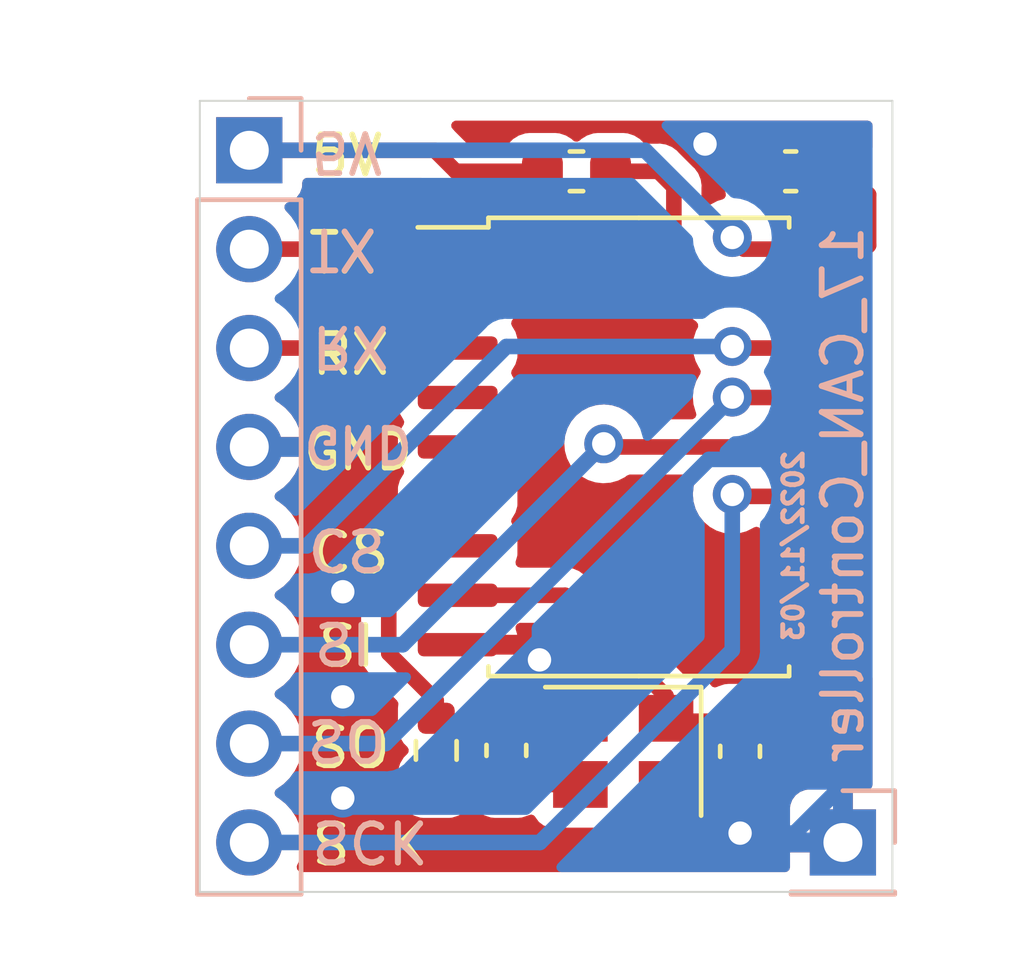
<source format=kicad_pcb>
(kicad_pcb (version 20211014) (generator pcbnew)
  (layers (0 "F.Cu" signal) (31 "B.Cu" signal) (34 "B.Paste" user) (35 "F.Paste" user) (36 "B.SilkS" user "B.Silkscreen") (37 "F.SilkS" user "F.Silkscreen") (38 "B.Mask" user) (39 "F.Mask" user) (44 "Edge.Cuts" user))
  (net 0 "")
  (net 1 "GND")
  (net 2 "5V")
  (net 3 "CAN_TX")
  (net 4 "CAN_RX")
  (net 6 "Net-(C2-Pad2)")
  (net 7 "Net-(C3-Pad1)")
  (net 8 "CS")
  (net 9 "MOSI")
  (net 10 "MISO")
  (net 11 "SCK")
  (net 12 "Net-(R1-Pad1)")
  (net 13 "Net-(R2-Pad1)")
  (footprint "Resistor_SMD:R_0603_1608Metric_Pad1.05x0.95mm_HandSolder" (layer "F.Cu") (at 112.54 64.04 180)
    (fp_text reference "R2" hide)
    (fp_text value "100k")
    (fp_line (start -0.171267 0.51) (end 0.171267 0.51) (layer "F.SilkS") (width 0.12))
    (fp_line (start -0.171267 -0.51) (end 0.171267 -0.51) (layer "F.SilkS") (width 0.12))
    (pad "1" smd roundrect locked (at -0.875 0 180) (size 1.05 0.95) (layers "F.Cu" "F.Paste" "F.Mask") (net 13 "Net-(R2-Pad1)"))
    (pad "2" smd roundrect locked (at 0.875 0 180) (size 1.05 0.95) (layers "F.Cu" "F.Paste" "F.Mask") (net 2 "5V"))
  )
  (footprint "Capacitor_SMD:C_0603_1608Metric" (layer "F.Cu") (at 118.04 64.04 180)
    (fp_text reference "C1" hide)
    (fp_text value "100nF")
    (fp_line (start -0.14058 0.51) (end 0.14058 0.51) (layer "F.SilkS") (width 0.12))
    (fp_line (start -0.14058 -0.51) (end 0.14058 -0.51) (layer "F.SilkS") (width 0.12))
    (pad "1" smd roundrect locked (at -0.775 0 180) (size 0.9 0.95) (layers "F.Cu" "F.Paste" "F.Mask") (net 2 "5V"))
    (pad "2" smd roundrect locked (at 0.775 0 180) (size 0.9 0.95) (layers "F.Cu" "F.Paste" "F.Mask") (net 1 "GND"))
  )
  (footprint "Capacitor_SMD:C_0603_1608Metric" (layer "F.Cu") (at 110.74 78.915 -90)
    (fp_text reference "C2" hide)
    (fp_text value "22pF")
    (fp_line (start -0.14058 0.51) (end 0.14058 0.51) (layer "F.SilkS") (width 0.12))
    (fp_line (start -0.14058 -0.51) (end 0.14058 -0.51) (layer "F.SilkS") (width 0.12))
    (pad "1" smd roundrect locked (at -0.775 0 270) (size 0.9 0.95) (layers "F.Cu" "F.Paste" "F.Mask") (net 1 "GND"))
    (pad "2" smd roundrect locked (at 0.775 0 270) (size 0.9 0.95) (layers "F.Cu" "F.Paste" "F.Mask") (net 6 "Net-(C2-Pad2)"))
  )
  (footprint "Capacitor_SMD:C_0603_1608Metric" (layer "F.Cu") (at 116.74 78.94 -90)
    (fp_text reference "C3" hide)
    (fp_text value "22pF")
    (fp_line (start -0.14058 0.51) (end 0.14058 0.51) (layer "F.SilkS") (width 0.12))
    (fp_line (start -0.14058 -0.51) (end 0.14058 -0.51) (layer "F.SilkS") (width 0.12))
    (pad "1" smd roundrect locked (at -0.775 0 270) (size 0.9 0.95) (layers "F.Cu" "F.Paste" "F.Mask") (net 7 "Net-(C3-Pad1)"))
    (pad "2" smd roundrect locked (at 0.775 0 270) (size 0.9 0.95) (layers "F.Cu" "F.Paste" "F.Mask") (net 1 "GND"))
  )
  (footprint "Resistor_SMD:R_0603_1608Metric" (layer "F.Cu") (at 108.94 78.915 -90)
    (fp_text reference "R1" hide)
    (fp_text value "0")
    (fp_line (start -0.237258 -0.5225) (end 0.237258 -0.5225) (layer "F.SilkS") (width 0.12))
    (fp_line (start -0.237258 0.5225) (end 0.237258 0.5225) (layer "F.SilkS") (width 0.12))
    (pad "1" smd roundrect locked (at -0.825 0 270) (size 0.8 0.95) (layers "F.Cu" "F.Paste" "F.Mask") (net 12 "Net-(R1-Pad1)"))
    (pad "2" smd roundrect locked (at 0.825 0 270) (size 0.8 0.95) (layers "F.Cu" "F.Paste" "F.Mask") (net 6 "Net-(C2-Pad2)"))
  )
  (footprint "Crystal:Crystal_SMD_3225-4Pin_3.2x2.5mm" (layer "F.Cu") (at 113.74 78.94 180)
    (fp_text reference "Y1" hide)
    (fp_text value "X322516MLB4SI")
    (fp_line (start -2 -1.65) (end -2 1.65) (layer "F.SilkS") (width 0.12))
    (fp_line (start -2 1.65) (end 2 1.65) (layer "F.SilkS") (width 0.12))
    (pad "1" smd rect locked (at -1.1 0.85 180) (size 1.4 1.2) (layers "F.Cu" "F.Paste" "F.Mask") (net 7 "Net-(C3-Pad1)"))
    (pad "2" smd rect locked (at 1.1 0.85 180) (size 1.4 1.2) (layers "F.Cu" "F.Paste" "F.Mask") (net 1 "GND"))
    (pad "3" smd rect locked (at 1.1 -0.85 180) (size 1.4 1.2) (layers "F.Cu" "F.Paste" "F.Mask") (net 6 "Net-(C2-Pad2)"))
    (pad "4" smd rect locked (at -1.1 -0.85 180) (size 1.4 1.2) (layers "F.Cu" "F.Paste" "F.Mask") (net 1 "GND"))
  )
  (footprint "Package_SO:SOIC-18W_7.5x11.6mm_P1.27mm" (layer "F.Cu") (at 114.14 71.12)
    (fp_text reference "U1" hide)
    (fp_text value "MCP2515-xSO")
    (fp_line (start 0 5.885) (end -3.86 5.885) (layer "F.SilkS") (width 0.12))
    (fp_line (start 3.86 5.885) (end 3.86 5.64) (layer "F.SilkS") (width 0.12))
    (fp_line (start 0 -5.885) (end -3.86 -5.885) (layer "F.SilkS") (width 0.12))
    (fp_line (start 0 -5.885) (end 3.86 -5.885) (layer "F.SilkS") (width 0.12))
    (fp_line (start 3.86 -5.885) (end 3.86 -5.64) (layer "F.SilkS") (width 0.12))
    (fp_line (start -3.86 5.885) (end -3.86 5.64) (layer "F.SilkS") (width 0.12))
    (fp_line (start -3.86 -5.885) (end -3.86 -5.64) (layer "F.SilkS") (width 0.12))
    (fp_line (start -3.86 -5.64) (end -5.675 -5.64) (layer "F.SilkS") (width 0.12))
    (fp_line (start 0 5.885) (end 3.86 5.885) (layer "F.SilkS") (width 0.12))
    (pad "1" smd roundrect locked (at -4.65 -5.08) (size 2.05 0.6) (layers "F.Cu" "F.Paste" "F.Mask") (net 3 "CAN_TX"))
    (pad "2" smd roundrect locked (at -4.65 -3.81) (size 2.05 0.6) (layers "F.Cu" "F.Paste" "F.Mask") (net 4 "CAN_RX"))
    (pad "3" smd roundrect locked (at -4.65 -2.54) (size 2.05 0.6) (layers "F.Cu" "F.Paste" "F.Mask"))
    (pad "4" smd roundrect locked (at -4.65 -1.27) (size 2.05 0.6) (layers "F.Cu" "F.Paste" "F.Mask"))
    (pad "5" smd roundrect locked (at -4.65 0) (size 2.05 0.6) (layers "F.Cu" "F.Paste" "F.Mask"))
    (pad "6" smd roundrect locked (at -4.65 1.27) (size 2.05 0.6) (layers "F.Cu" "F.Paste" "F.Mask"))
    (pad "7" smd roundrect locked (at -4.65 2.54) (size 2.05 0.6) (layers "F.Cu" "F.Paste" "F.Mask") (net 12 "Net-(R1-Pad1)"))
    (pad "8" smd roundrect locked (at -4.65 3.81) (size 2.05 0.6) (layers "F.Cu" "F.Paste" "F.Mask") (net 7 "Net-(C3-Pad1)"))
    (pad "9" smd roundrect locked (at -4.65 5.08) (size 2.05 0.6) (layers "F.Cu" "F.Paste" "F.Mask") (net 1 "GND"))
    (pad "10" smd roundrect locked (at 4.65 5.08) (size 2.05 0.6) (layers "F.Cu" "F.Paste" "F.Mask"))
    (pad "11" smd roundrect locked (at 4.65 3.81) (size 2.05 0.6) (layers "F.Cu" "F.Paste" "F.Mask"))
    (pad "12" smd roundrect locked (at 4.65 2.54) (size 2.05 0.6) (layers "F.Cu" "F.Paste" "F.Mask"))
    (pad "13" smd roundrect locked (at 4.65 1.27) (size 2.05 0.6) (layers "F.Cu" "F.Paste" "F.Mask") (net 11 "SCK"))
    (pad "14" smd roundrect locked (at 4.65 0) (size 2.05 0.6) (layers "F.Cu" "F.Paste" "F.Mask") (net 9 "MOSI"))
    (pad "15" smd roundrect locked (at 4.65 -1.27) (size 2.05 0.6) (layers "F.Cu" "F.Paste" "F.Mask") (net 10 "MISO"))
    (pad "16" smd roundrect locked (at 4.65 -2.54) (size 2.05 0.6) (layers "F.Cu" "F.Paste" "F.Mask") (net 8 "CS"))
    (pad "17" smd roundrect locked (at 4.65 -3.81) (size 2.05 0.6) (layers "F.Cu" "F.Paste" "F.Mask") (net 13 "Net-(R2-Pad1)"))
    (pad "18" smd roundrect locked (at 4.65 -5.08) (size 2.05 0.6) (layers "F.Cu" "F.Paste" "F.Mask") (net 2 "5V"))
  )
  (footprint "Connector_PinHeader_2.54mm:PinHeader_1x08_P2.54mm_Vertical" (layer "B.Cu") (at 104.14 63.5 180)
    (fp_text reference "J1" hide)
    (fp_text value "Conn_01x08")
    (fp_line (start -1.33 -19.11) (end 1.33 -19.11) (layer "B.SilkS") (width 0.12))
    (fp_line (start -1.33 0) (end -1.33 1.33) (layer "B.SilkS") (width 0.12))
    (fp_line (start -1.33 -1.27) (end -1.33 -19.11) (layer "B.SilkS") (width 0.12))
    (fp_line (start 1.33 -1.27) (end 1.33 -19.11) (layer "B.SilkS") (width 0.12))
    (fp_line (start -1.33 -1.27) (end 1.33 -1.27) (layer "B.SilkS") (width 0.12))
    (fp_line (start -1.33 1.33) (end 0 1.33) (layer "B.SilkS") (width 0.12))
    (pad "1" thru_hole rect (at 0 0 180) (size 1.7 1.7) (drill 1) (layers *.Cu *.Mask) (net 2 "5V"))
    (pad "2" thru_hole oval (at 0 -2.54 180) (size 1.7 1.7) (drill 1) (layers *.Cu *.Mask) (net 3 "CAN_TX"))
    (pad "3" thru_hole oval (at 0 -5.08 180) (size 1.7 1.7) (drill 1) (layers *.Cu *.Mask) (net 4 "CAN_RX"))
    (pad "4" thru_hole oval (at 0 -7.62 180) (size 1.7 1.7) (drill 1) (layers *.Cu *.Mask) (net 1 "GND"))
    (pad "5" thru_hole oval (at 0 -10.16 180) (size 1.7 1.7) (drill 1) (layers *.Cu *.Mask) (net 8 "CS"))
    (pad "6" thru_hole oval (at 0 -12.7 180) (size 1.7 1.7) (drill 1) (layers *.Cu *.Mask) (net 9 "MOSI"))
    (pad "7" thru_hole oval (at 0 -15.24 180) (size 1.7 1.7) (drill 1) (layers *.Cu *.Mask) (net 10 "MISO"))
    (pad "8" thru_hole oval (at 0 -17.78 180) (size 1.7 1.7) (drill 1) (layers *.Cu *.Mask) (net 11 "SCK"))
  )
  (footprint "Connector_PinHeader_2.54mm:PinHeader_1x01_P2.54mm_Vertical" (layer "B.Cu") (at 119.38 81.28 180)
    (fp_text reference "J2" hide)
    (fp_text value "Conn_01x01")
    (fp_line (start -1.33 -1.27) (end 1.33 -1.27) (layer "B.SilkS") (width 0.12))
    (fp_line (start -1.33 -1.33) (end 1.33 -1.33) (layer "B.SilkS") (width 0.12))
    (fp_line (start 1.33 -1.27) (end 1.33 -1.33) (layer "B.SilkS") (width 0.12))
    (fp_line (start -1.33 1.33) (end 0 1.33) (layer "B.SilkS") (width 0.12))
    (fp_line (start -1.33 -1.27) (end -1.33 -1.33) (layer "B.SilkS") (width 0.12))
    (fp_line (start -1.33 0) (end -1.33 1.33) (layer "B.SilkS") (width 0.12))
    (pad "1" thru_hole rect (at 0 0 180) (size 1.7 1.7) (drill 1) (layers *.Cu *.Mask) (net 1 "GND"))
  )
  (gr_line (start 102.87 82.55) (end 120.65 82.55) (layer "Edge.Cuts") (width 0.05))
  (gr_line (start 102.87 62.23) (end 120.65 62.23) (layer "Edge.Cuts") (width 0.05))
  (gr_line (start 102.87 82.55) (end 102.87 62.23) (layer "Edge.Cuts") (width 0.05))
  (gr_line (start 120.65 62.23) (end 120.65 82.55) (layer "Edge.Cuts") (width 0.05))
  (gr_text "2022/11/03" (at 118.11 73.66 90) (layer "B.SilkS") (effects (font (size 0.5 0.5) (thickness 0.125)) (justify mirror)))
  (gr_text "GND" (at 106.934 71.04 180) (layer "B.SilkS") (effects (font (size 0.9 0.9)) (justify mirror)))
  (gr_text "5V" (at 106.64 63.54 180) (layer "B.SilkS") (effects (font (size 1 1)) (justify mirror)))
  (gr_text "TX" (at 106.54 66.04 180) (layer "B.SilkS") (effects (font (size 1 1)) (justify mirror)))
  (gr_text "RX" (at 106.74 68.54 180) (layer "B.SilkS") (effects (font (size 1 1)) (justify mirror)))
  (gr_text "CS" (at 106.64 73.74 180) (layer "B.SilkS") (effects (font (size 1 1)) (justify mirror)))
  (gr_text "SI" (at 106.54 76.14 180) (layer "B.SilkS") (effects (font (size 1 1)) (justify mirror)))
  (gr_text "SO" (at 106.64 78.64 180) (layer "B.SilkS") (effects (font (size 1 1)) (justify mirror)))
  (gr_text "SCK" (at 107.24 81.24 180) (layer "B.SilkS") (effects (font (size 1 1)) (justify mirror)))
  (gr_text "17_CAN_Controller" (at 119.38 72.34 90) (layer "B.SilkS") (effects (font (size 1 1)) (justify mirror)))
  (gr_text "5V" (at 106.64 63.64) (layer "F.SilkS") (effects (font (size 1 1))))
  (gr_text "RX" (at 106.74 68.74) (layer "F.SilkS") (effects (font (size 1 1))))
  (gr_text "CS" (at 106.74 73.84) (layer "F.SilkS") (effects (font (size 1 1))))
  (gr_text "SI" (at 106.64 76.24) (layer "F.SilkS") (effects (font (size 1 1))))
  (gr_text "SO" (at 106.74 78.84) (layer "F.SilkS") (effects (font (size 1 1))))
  (gr_text "SCK" (at 107.24 81.34) (layer "F.SilkS") (effects (font (size 1 1))))
  (gr_text "GND" (at 106.934 71.24) (layer "F.SilkS") (effects (font (size 0.9 0.9))))
  (gr_text "TX" (at 106.54 66.14) (layer "F.SilkS") (effects (font (size 1 1))))
  (segment (start 110.79 78.09) (end 110.74 78.14) (width 0.4) (layer "F.Cu") (net 1))
  (segment (start 104.14 71.12) (end 105.82 71.12) (width 0.4) (layer "F.Cu") (net 1))
  (segment (start 116.74 79.715) (end 116.74 81.04) (width 0.4) (layer "F.Cu") (net 1))
  (segment (start 105.82 71.12) (end 106.54 71.84) (width 0.4) (layer "F.Cu") (net 1))
  (segment (start 109.49 76.2) (end 111.2 76.2) (width 0.4) (layer "F.Cu") (net 1))
  (segment (start 111.59 76.59) (end 111.59 78.09) (width 0.4) (layer "F.Cu") (net 1))
  (segment (start 116.54 64.04) (end 117.265 64.04) (width 0.4) (layer "F.Cu") (net 1))
  (segment (start 111.2 76.2) (end 111.59 76.59) (width 0.4) (layer "F.Cu") (net 1))
  (segment (start 114.84 79.79) (end 116.665 79.79) (width 0.4) (layer "F.Cu") (net 1))
  (segment (start 116.665 79.79) (end 116.74 79.715) (width 0.4) (layer "F.Cu") (net 1))
  (segment (start 106.54 71.84) (end 106.54 74.84) (width 0.4) (layer "F.Cu") (net 1))
  (segment (start 111.59 78.09) (end 110.79 78.09) (width 0.4) (layer "F.Cu") (net 1))
  (segment (start 106.54 74.84) (end 106.54 77.54) (width 0.4) (layer "F.Cu") (net 1))
  (segment (start 106.54 77.54) (end 106.54 80.14) (width 0.4) (layer "F.Cu") (net 1))
  (segment (start 112.64 78.09) (end 111.59 78.09) (width 0.4) (layer "F.Cu") (net 1))
  (segment (start 115.84 63.34) (end 116.54 64.04) (width 0.4) (layer "F.Cu") (net 1))
  (via (at 115.84 63.34) (size 1) (drill 0.6) (layers "F.Cu" "B.Cu") (net 1))
  (via (at 106.54 80.14) (size 1) (drill 0.6) (layers "F.Cu" "B.Cu") (net 1))
  (via (at 111.59 76.59) (size 1) (drill 0.6) (layers "F.Cu" "B.Cu") (net 1))
  (via (at 106.54 77.54) (size 1) (drill 0.6) (layers "F.Cu" "B.Cu") (net 1))
  (via (at 116.74 81.04) (size 1) (drill 0.6) (layers "F.Cu" "B.Cu") (net 1))
  (via (at 106.54 74.84) (size 1) (drill 0.6) (layers "F.Cu" "B.Cu") (net 1))
  (segment (start 116.44 63.94) (end 115.84 63.34) (width 0.4) (layer "B.Cu") (net 1))
  (segment (start 104.14 71.12) (end 106.06 71.12) (width 0.4) (layer "B.Cu") (net 1))
  (segment (start 111.59 75.79) (end 115.940001 71.439999) (width 0.4) (layer "B.Cu") (net 1))
  (segment (start 119.140001 71.439999) (end 119.24 71.34) (width 0.4) (layer "B.Cu") (net 1))
  (segment (start 115.940001 71.439999) (end 119.140001 71.439999) (width 0.4) (layer "B.Cu") (net 1))
  (segment (start 111.59 76.59) (end 111.59 75.79) (width 0.4) (layer "B.Cu") (net 1))
  (segment (start 119.24 79.94) (end 119.24 71.34) (width 0.4) (layer "B.Cu") (net 1))
  (segment (start 106.06 71.12) (end 109.84 67.34) (width 0.4) (layer "B.Cu") (net 1))
  (segment (start 119.24 71.34) (end 119.24 67.34) (width 0.4) (layer "B.Cu") (net 1))
  (segment (start 118.14 81.04) (end 119.24 79.94) (width 0.4) (layer "B.Cu") (net 1))
  (segment (start 119.24 67.34) (end 119.24 65.04) (width 0.4) (layer "B.Cu") (net 1))
  (segment (start 116.74 81.04) (end 118.14 81.04) (width 0.4) (layer "B.Cu") (net 1))
  (segment (start 118.14 63.94) (end 116.44 63.94) (width 0.4) (layer "B.Cu") (net 1))
  (segment (start 119.24 65.04) (end 118.14 63.94) (width 0.4) (layer "B.Cu") (net 1))
  (segment (start 109.84 67.34) (end 119.24 67.34) (width 0.4) (layer "B.Cu") (net 1))
  (segment (start 119.44 64.04) (end 120.04 64.64) (width 0.4) (layer "F.Cu") (net 2))
  (segment (start 120.04 64.64) (end 120.04 65.94) (width 0.4) (layer "F.Cu") (net 2))
  (segment (start 108.9 63.5) (end 109.44 64.04) (width 0.4) (layer "F.Cu") (net 2))
  (segment (start 109.44 64.04) (end 111.665 64.04) (width 0.4) (layer "F.Cu") (net 2))
  (segment (start 119.94 66.04) (end 118.79 66.04) (width 0.4) (layer "F.Cu") (net 2))
  (segment (start 116.84 66.04) (end 116.54 65.74) (width 0.4) (layer "F.Cu") (net 2))
  (segment (start 118.815 64.04) (end 119.44 64.04) (width 0.4) (layer "F.Cu") (net 2))
  (segment (start 104.14 63.5) (end 108.9 63.5) (width 0.4) (layer "F.Cu") (net 2))
  (segment (start 118.79 66.04) (end 116.84 66.04) (width 0.4) (layer "F.Cu") (net 2))
  (segment (start 120.04 65.94) (end 119.94 66.04) (width 0.4) (layer "F.Cu") (net 2))
  (via (at 116.54 65.74) (size 1) (drill 0.6) (layers "F.Cu" "B.Cu") (net 2))
  (segment (start 116.54 65.74) (end 114.3 63.5) (width 0.4) (layer "B.Cu") (net 2))
  (segment (start 114.3 63.5) (end 104.14 63.5) (width 0.4) (layer "B.Cu") (net 2))
  (segment (start 109.49 66.04) (end 104.14 66.04) (width 0.4) (layer "F.Cu") (net 3))
  (segment (start 107.17 67.31) (end 105.9 68.58) (width 0.4) (layer "F.Cu") (net 4))
  (segment (start 105.9 68.58) (end 104.14 68.58) (width 0.4) (layer "F.Cu") (net 4))
  (segment (start 109.49 67.31) (end 107.17 67.31) (width 0.4) (layer "F.Cu") (net 4))
  (segment (start 108.99 79.69) (end 108.94 79.74) (width 0.4) (layer "F.Cu") (net 6))
  (segment (start 112.64 79.79) (end 110.84 79.79) (width 0.4) (layer "F.Cu") (net 6))
  (segment (start 110.84 79.79) (end 110.74 79.69) (width 0.4) (layer "F.Cu") (net 6))
  (segment (start 110.74 79.69) (end 108.99 79.69) (width 0.4) (layer "F.Cu") (net 6))
  (segment (start 114.84 78.09) (end 114.84 77.52) (width 0.4) (layer "F.Cu") (net 7))
  (segment (start 114.84 77.52) (end 112.25 74.93) (width 0.4) (layer "F.Cu") (net 7))
  (segment (start 114.915 78.165) (end 114.84 78.09) (width 0.4) (layer "F.Cu") (net 7))
  (segment (start 109.49 74.93) (end 112.25 74.93) (width 0.4) (layer "F.Cu") (net 7))
  (segment (start 116.74 78.165) (end 114.915 78.165) (width 0.4) (layer "F.Cu") (net 7))
  (segment (start 118.79 68.58) (end 116.58 68.58) (width 0.4) (layer "F.Cu") (net 8))
  (segment (start 116.58 68.58) (end 116.54 68.54) (width 0.4) (layer "F.Cu") (net 8))
  (via (at 116.54 68.54) (size 1) (drill 0.6) (layers "F.Cu" "B.Cu") (net 8))
  (segment (start 116.54 68.54) (end 110.74 68.54) (width 0.4) (layer "B.Cu") (net 8))
  (segment (start 110.74 68.54) (end 105.62 73.66) (width 0.4) (layer "B.Cu") (net 8))
  (segment (start 105.62 73.66) (end 104.14 73.66) (width 0.4) (layer "B.Cu") (net 8))
  (segment (start 118.79 71.12) (end 113.32 71.12) (width 0.4) (layer "F.Cu") (net 9))
  (segment (start 113.32 71.12) (end 113.24 71.04) (width 0.4) (layer "F.Cu") (net 9))
  (via (at 113.24 71.04) (size 1) (drill 0.6) (layers "F.Cu" "B.Cu") (net 9))
  (segment (start 108.08 76.2) (end 104.14 76.2) (width 0.4) (layer "B.Cu") (net 9))
  (segment (start 113.24 71.04) (end 108.08 76.2) (width 0.4) (layer "B.Cu") (net 9))
  (segment (start 118.79 69.85) (end 116.55 69.85) (width 0.4) (layer "F.Cu") (net 10))
  (segment (start 116.55 69.85) (end 116.54 69.84) (width 0.4) (layer "F.Cu") (net 10))
  (via (at 116.54 69.84) (size 1) (drill 0.6) (layers "F.Cu" "B.Cu") (net 10))
  (segment (start 107.64 78.74) (end 104.14 78.74) (width 0.4) (layer "B.Cu") (net 10))
  (segment (start 116.54 69.84) (end 107.64 78.74) (width 0.4) (layer "B.Cu") (net 10))
  (segment (start 116.59 72.39) (end 116.54 72.34) (width 0.4) (layer "F.Cu") (net 11))
  (segment (start 118.79 72.39) (end 116.59 72.39) (width 0.4) (layer "F.Cu") (net 11))
  (via (at 116.54 72.34) (size 1) (drill 0.6) (layers "F.Cu" "B.Cu") (net 11))
  (segment (start 116.54 72.34) (end 116.54 76.34) (width 0.4) (layer "B.Cu") (net 11))
  (segment (start 116.54 76.34) (end 111.6 81.28) (width 0.4) (layer "B.Cu") (net 11))
  (segment (start 111.6 81.28) (end 107.6 81.28) (width 0.4) (layer "B.Cu") (net 11))
  (segment (start 107.6 81.28) (end 104.14 81.28) (width 0.4) (layer "B.Cu") (net 11))
  (segment (start 107.72 76.42) (end 108.94 77.64) (width 0.4) (layer "F.Cu") (net 12))
  (segment (start 108.38 73.66) (end 107.72 74.32) (width 0.4) (layer "F.Cu") (net 12))
  (segment (start 107.72 74.32) (end 107.72 76.42) (width 0.4) (layer "F.Cu") (net 12))
  (segment (start 108.94 77.64) (end 108.94 78.09) (width 0.4) (layer "F.Cu") (net 12))
  (segment (start 109.49 73.66) (end 108.38 73.66) (width 0.4) (layer "F.Cu") (net 12))
  (segment (start 115.04 64.44) (end 114.64 64.04) (width 0.4) (layer "F.Cu") (net 13))
  (segment (start 118.79 67.31) (end 116.01 67.31) (width 0.4) (layer "F.Cu") (net 13))
  (segment (start 116.01 67.31) (end 115.04 66.34) (width 0.4) (layer "F.Cu") (net 13))
  (segment (start 114.64 64.04) (end 113.415 64.04) (width 0.4) (layer "F.Cu") (net 13))
  (segment (start 115.04 66.34) (end 115.04 64.44) (width 0.4) (layer "F.Cu") (net 13))
  (zone (net 1) (net_name "GND") (layer "F.Cu") (connect_pads (clearance 0.508)) (min_thickness 0.254) (fill yes (thermal_gap 0.508) (thermal_bridge_width 0.508))
    (polygon (pts (xy 121.92 83.82) (xy 99.06 83.82) (xy 99.06 60.96) (xy 121.92 60.96)))
  )
  (zone (net 1) (net_name "GND") (layer "B.Cu") (connect_pads (clearance 0.508)) (min_thickness 0.254) (fill yes (thermal_gap 0.508) (thermal_bridge_width 0.508))
    (polygon (pts (xy 121.92 83.82) (xy 99.06 83.82) (xy 99.06 60.96) (xy 121.92 60.96)))
  )
)
</source>
